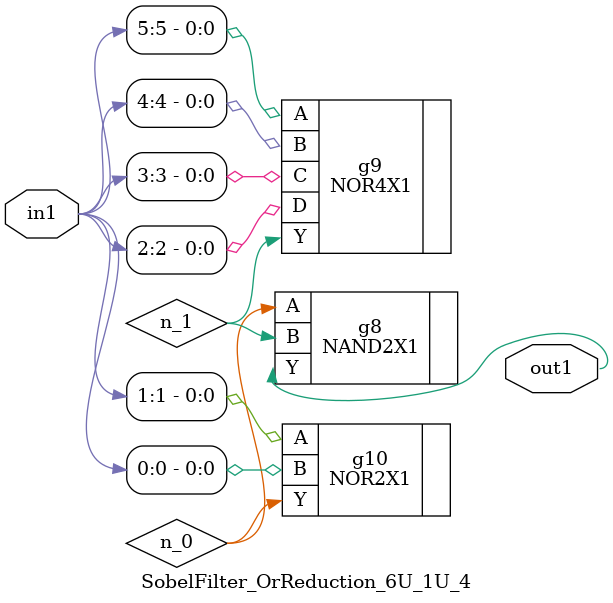
<source format=v>
`timescale 1ps / 1ps


module SobelFilter_OrReduction_6U_1U_4(in1, out1);
  input [5:0] in1;
  output out1;
  wire [5:0] in1;
  wire out1;
  wire n_0, n_1;
  NAND2X1 g8(.A (n_0), .B (n_1), .Y (out1));
  NOR4X1 g9(.A (in1[5]), .B (in1[4]), .C (in1[3]), .D (in1[2]), .Y
       (n_1));
  NOR2X1 g10(.A (in1[1]), .B (in1[0]), .Y (n_0));
endmodule



</source>
